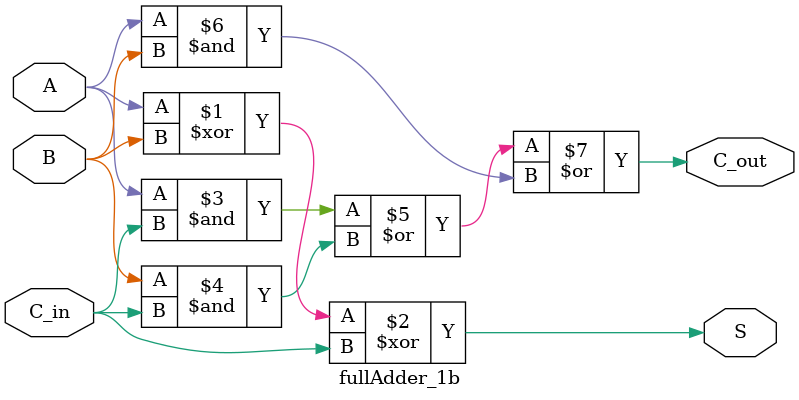
<source format=v>
/*
    CS/ECE 552 Spring '20
    Homework #1, Problem 2
    
    a 1-bit full adder
*/
module fullAdder_1b(A, B, C_in, S, C_out);
    input  A, B;
    input  C_in;
    output S;
    output C_out;

    assign S = A ^ B ^ C_in;
    assign C_out = (A & C_in) | (B & C_in) | (A & B);

endmodule

</source>
